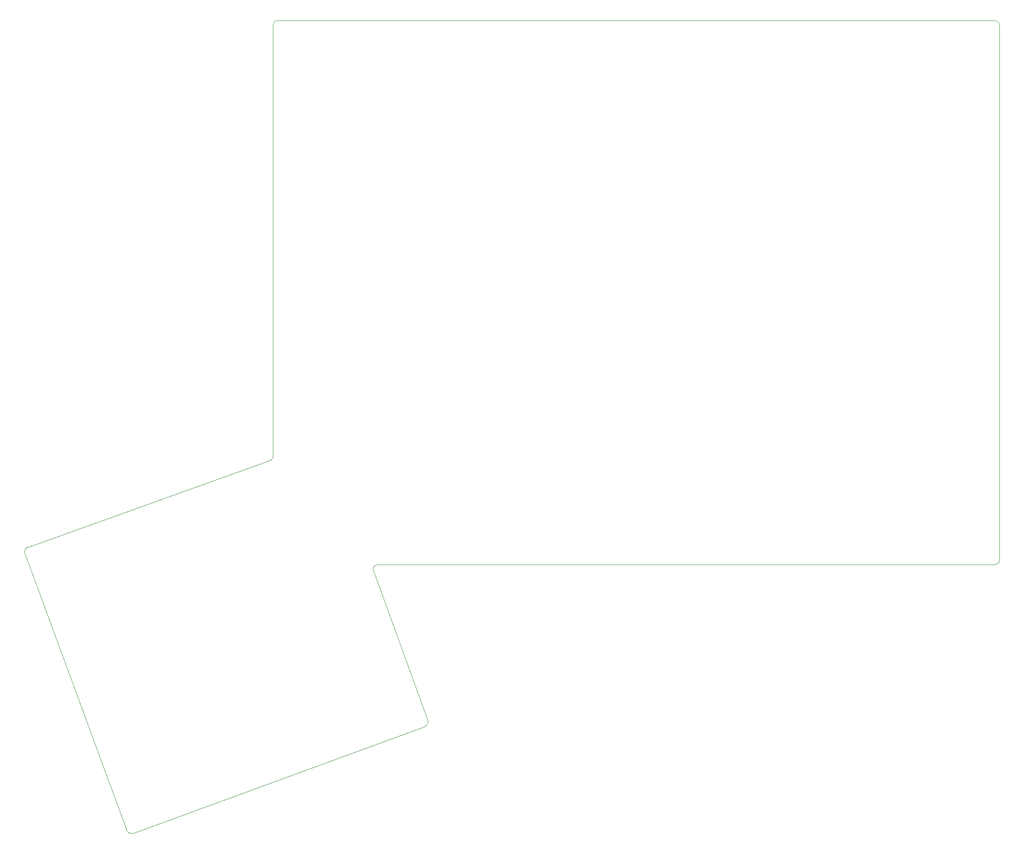
<source format=gm1>
G04 #@! TF.GenerationSoftware,KiCad,Pcbnew,7.0.5*
G04 #@! TF.CreationDate,2025-01-08T21:54:48-05:00*
G04 #@! TF.ProjectId,JasonSplitErgoKeyboard_Right,4a61736f-6e53-4706-9c69-744572676f4b,rev?*
G04 #@! TF.SameCoordinates,Original*
G04 #@! TF.FileFunction,Profile,NP*
%FSLAX46Y46*%
G04 Gerber Fmt 4.6, Leading zero omitted, Abs format (unit mm)*
G04 Created by KiCad (PCBNEW 7.0.5) date 2025-01-08 21:54:48*
%MOMM*%
%LPD*%
G01*
G04 APERTURE LIST*
G04 #@! TA.AperFunction,Profile*
%ADD10C,0.100000*%
G04 #@! TD*
G04 APERTURE END LIST*
D10*
X134890000Y-57040000D02*
G75*
G03*
X133890000Y-58040000I0J-1000000D01*
G01*
X133254222Y-146332898D02*
G75*
G03*
X133889998Y-145759131I-164222J821098D01*
G01*
X133889999Y-145759131D02*
X133890000Y-58040000D01*
X104113888Y-221244115D02*
G75*
G03*
X105570000Y-222032893I1056112J211215D01*
G01*
X280290000Y-167532900D02*
G75*
G03*
X281290000Y-166532893I0J1000000D01*
G01*
X281290000Y-166532893D02*
X281290000Y-58040000D01*
X280290000Y-167532893D02*
X155190000Y-167532893D01*
X83490001Y-165132893D02*
X104113883Y-221244116D01*
X154190000Y-168532893D02*
X165390000Y-199332893D01*
X134890000Y-57040000D02*
X280290000Y-57040000D01*
X164725261Y-200332891D02*
X105570000Y-222032893D01*
X84290002Y-163932903D02*
G75*
G03*
X83490002Y-165132893I199998J-999997D01*
G01*
X84290000Y-163932894D02*
X133254221Y-146332893D01*
X281290000Y-58040000D02*
G75*
G03*
X280290000Y-57040000I-1000000J0D01*
G01*
X155190000Y-167532900D02*
G75*
G03*
X154190000Y-168532893I0J-1000000D01*
G01*
X164725277Y-200332930D02*
G75*
G03*
X165390000Y-199332893I-420177J1000230D01*
G01*
M02*

</source>
